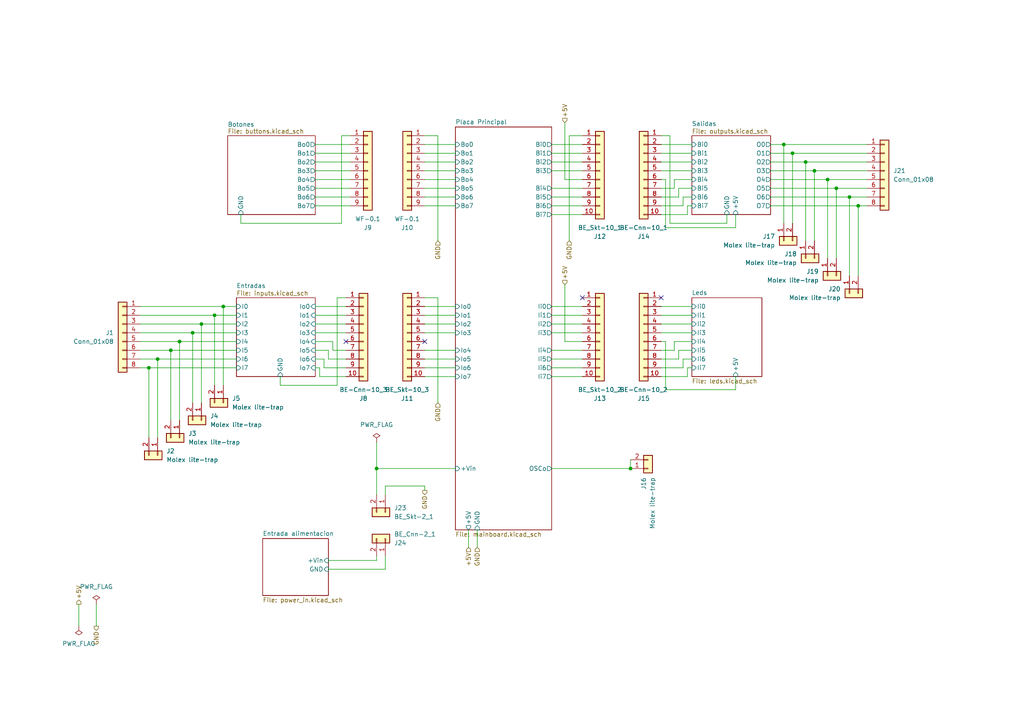
<source format=kicad_sch>
(kicad_sch (version 20250114) (generator "eeschema") (generator_version "9.0")
  (paper "A4")
  (title_block (date "2025-04-20") (rev "1.0") (company "UTN FRC") (comment 1 "Minilab") (comment 2 "Tecnicas Digitales 1") (comment 3 "Grasso y Palombo"))
  (lib_symbols
    (symbol "Connector_Generic:Conn_01x02" (pin_names (offset 1.016) (hide yes))
      (property "Reference" "J" (at 0 2.54 0))
      (property "Value" "Conn_01x02" (at 0 -5.08 0))
      (symbol "Conn_01x02_1_1"
        (rectangle (start -1.27 1.27) (end 1.27 -3.81) (stroke (width 0.254)) (fill (type background)))
        (rectangle (start -1.27 0.127) (end 0 -0.127) (stroke (width 0.1524)))
        (rectangle (start -1.27 -2.413) (end 0 -2.667) (stroke (width 0.1524)))
        (pin passive line (at -5.08 0 0) (length 3.81) (name "Pin_1") (number "1"))
        (pin passive line (at -5.08 -2.54 0) (length 3.81) (name "Pin_2") (number "2"))
      )
    )
    (symbol "Connector_Generic:Conn_01x08" (pin_names (offset 1.016) (hide yes))
      (property "Reference" "J" (at 0 10.16 0))
      (property "Value" "Conn_01x08" (at 0 -12.7 0))
      (symbol "Conn_01x08_1_1"
        (rectangle (start -1.27 8.89) (end 1.27 -11.43) (stroke (width 0.254)) (fill (type background)))
        (rectangle (start -1.27 7.747) (end 0 7.493) (stroke (width 0.1524)))
        (rectangle (start -1.27 5.207) (end 0 4.953) (stroke (width 0.1524)))
        (rectangle (start -1.27 2.667) (end 0 2.413) (stroke (width 0.1524)))
        (rectangle (start -1.27 0.127) (end 0 -0.127) (stroke (width 0.1524)))
        (rectangle (start -1.27 -2.413) (end 0 -2.667) (stroke (width 0.1524)))
        (rectangle (start -1.27 -4.953) (end 0 -5.207) (stroke (width 0.1524)))
        (rectangle (start -1.27 -7.493) (end 0 -7.747) (stroke (width 0.1524)))
        (rectangle (start -1.27 -10.033) (end 0 -10.287) (stroke (width 0.1524)))
        (pin passive line (at -5.08 7.62 0) (length 3.81) (name "Pin_1") (number "1"))
        (pin passive line (at -5.08 5.08 0) (length 3.81) (name "Pin_2") (number "2"))
        (pin passive line (at -5.08 2.54 0) (length 3.81) (name "Pin_3") (number "3"))
        (pin passive line (at -5.08 0 0) (length 3.81) (name "Pin_4") (number "4"))
        (pin passive line (at -5.08 -2.54 0) (length 3.81) (name "Pin_5") (number "5"))
        (pin passive line (at -5.08 -5.08 0) (length 3.81) (name "Pin_6") (number "6"))
        (pin passive line (at -5.08 -7.62 0) (length 3.81) (name "Pin_7") (number "7"))
        (pin passive line (at -5.08 -10.16 0) (length 3.81) (name "Pin_8") (number "8"))
      )
    )
    (symbol "Connector_Generic:Conn_01x09" (pin_names (offset 1.016) (hide yes))
      (property "Reference" "J" (at 0 12.7 0))
      (property "Value" "Conn_01x09" (at 0 -12.7 0))
      (symbol "Conn_01x09_1_1"
        (rectangle (start -1.27 11.43) (end 1.27 -11.43) (stroke (width 0.254)) (fill (type background)))
        (rectangle (start -1.27 10.287) (end 0 10.033) (stroke (width 0.1524)))
        (rectangle (start -1.27 7.747) (end 0 7.493) (stroke (width 0.1524)))
        (rectangle (start -1.27 5.207) (end 0 4.953) (stroke (width 0.1524)))
        (rectangle (start -1.27 2.667) (end 0 2.413) (stroke (width 0.1524)))
        (rectangle (start -1.27 0.127) (end 0 -0.127) (stroke (width 0.1524)))
        (rectangle (start -1.27 -2.413) (end 0 -2.667) (stroke (width 0.1524)))
        (rectangle (start -1.27 -4.953) (end 0 -5.207) (stroke (width 0.1524)))
        (rectangle (start -1.27 -7.493) (end 0 -7.747) (stroke (width 0.1524)))
        (rectangle (start -1.27 -10.033) (end 0 -10.287) (stroke (width 0.1524)))
        (pin passive line (at -5.08 10.16 0) (length 3.81) (name "Pin_1") (number "1"))
        (pin passive line (at -5.08 7.62 0) (length 3.81) (name "Pin_2") (number "2"))
        (pin passive line (at -5.08 5.08 0) (length 3.81) (name "Pin_3") (number "3"))
        (pin passive line (at -5.08 2.54 0) (length 3.81) (name "Pin_4") (number "4"))
        (pin passive line (at -5.08 0 0) (length 3.81) (name "Pin_5") (number "5"))
        (pin passive line (at -5.08 -2.54 0) (length 3.81) (name "Pin_6") (number "6"))
        (pin passive line (at -5.08 -5.08 0) (length 3.81) (name "Pin_7") (number "7"))
        (pin passive line (at -5.08 -7.62 0) (length 3.81) (name "Pin_8") (number "8"))
        (pin passive line (at -5.08 -10.16 0) (length 3.81) (name "Pin_9") (number "9"))
      )
    )
    (symbol "Connector_Generic:Conn_01x10" (pin_names (offset 1.016) (hide yes))
      (property "Reference" "J" (at 0 12.7 0))
      (property "Value" "Conn_01x10" (at 0 -15.24 0))
      (symbol "Conn_01x10_1_1"
        (rectangle (start -1.27 11.43) (end 1.27 -13.97) (stroke (width 0.254)) (fill (type background)))
        (rectangle (start -1.27 10.287) (end 0 10.033) (stroke (width 0.1524)))
        (rectangle (start -1.27 7.747) (end 0 7.493) (stroke (width 0.1524)))
        (rectangle (start -1.27 5.207) (end 0 4.953) (stroke (width 0.1524)))
        (rectangle (start -1.27 2.667) (end 0 2.413) (stroke (width 0.1524)))
        (rectangle (start -1.27 0.127) (end 0 -0.127) (stroke (width 0.1524)))
        (rectangle (start -1.27 -2.413) (end 0 -2.667) (stroke (width 0.1524)))
        (rectangle (start -1.27 -4.953) (end 0 -5.207) (stroke (width 0.1524)))
        (rectangle (start -1.27 -7.493) (end 0 -7.747) (stroke (width 0.1524)))
        (rectangle (start -1.27 -10.033) (end 0 -10.287) (stroke (width 0.1524)))
        (rectangle (start -1.27 -12.573) (end 0 -12.827) (stroke (width 0.1524)))
        (pin passive line (at -5.08 10.16 0) (length 3.81) (name "Pin_1") (number "1"))
        (pin passive line (at -5.08 7.62 0) (length 3.81) (name "Pin_2") (number "2"))
        (pin passive line (at -5.08 5.08 0) (length 3.81) (name "Pin_3") (number "3"))
        (pin passive line (at -5.08 2.54 0) (length 3.81) (name "Pin_4") (number "4"))
        (pin passive line (at -5.08 0 0) (length 3.81) (name "Pin_5") (number "5"))
        (pin passive line (at -5.08 -2.54 0) (length 3.81) (name "Pin_6") (number "6"))
        (pin passive line (at -5.08 -5.08 0) (length 3.81) (name "Pin_7") (number "7"))
        (pin passive line (at -5.08 -7.62 0) (length 3.81) (name "Pin_8") (number "8"))
        (pin passive line (at -5.08 -10.16 0) (length 3.81) (name "Pin_9") (number "9"))
        (pin passive line (at -5.08 -12.7 0) (length 3.81) (name "Pin_10") (number "10"))
      )
    )
    (symbol "power:PWR_FLAG" (power) (pin_numbers (hide yes)) (pin_names (offset 0) (hide yes))
      (property "Value" "PWR_FLAG" (at 0 3.81 0))
      (symbol "PWR_FLAG_0_0"
        (pin power_out line (at 0 0 90) (length 0) (name "~") (number "1"))
      )
      (symbol "PWR_FLAG_0_1"
        (polyline (pts (xy 0 0) (xy 0 1.27) (xy -1.016 1.905) (xy 0 2.54) (xy 1.016 1.905) (xy 0 1.27)))
      )
    )
  )
  (junction (at 236.22 49.53))
  (junction (at 109.22 135.89))
  (junction (at 248.92 59.69))
  (junction (at 52.07 99.06))
  (junction (at 240.03 52.07))
  (junction (at 45.72 104.14))
  (junction (at 229.87 44.45))
  (junction (at 62.23 91.44))
  (junction (at 233.68 46.99))
  (junction (at 58.42 93.98))
  (junction (at 227.33 41.91))
  (junction (at 246.38 57.15))
  (junction (at 55.88 96.52))
  (junction (at 242.57 54.61))
  (junction (at 182.88 135.89))
  (junction (at 64.77 88.9))
  (junction (at 43.18 106.68))
  (junction (at 49.53 101.6))
  (no_connect (at 191.77 86.36))
  (no_connect (at 100.33 99.06))
  (no_connect (at 123.19 99.06))
  (no_connect (at 168.91 86.36))
  (wire (pts (xy 193.04 99.06) (xy 191.77 99.06)))
  (wire (pts (xy 242.57 54.61) (xy 242.57 74.93)))
  (wire (pts (xy 213.36 109.22) (xy 213.36 113.03)))
  (wire (pts (xy 200.66 52.07) (xy 195.58 52.07)))
  (wire (pts (xy 196.85 101.6) (xy 196.85 104.14)))
  (wire (pts (xy 165.1 39.37) (xy 168.91 39.37)))
  (wire (pts (xy 160.02 104.14) (xy 168.91 104.14)))
  (wire (pts (xy 160.02 106.68) (xy 168.91 106.68)))
  (wire (pts (xy 223.52 41.91) (xy 227.33 41.91)))
  (wire (pts (xy 109.22 161.29) (xy 109.22 162.56)))
  (wire (pts (xy 100.33 88.9) (xy 91.44 88.9)))
  (wire (pts (xy 160.02 44.45) (xy 168.91 44.45)))
  (wire (pts (xy 132.08 106.68) (xy 123.19 106.68)))
  (wire (pts (xy 127 39.37) (xy 123.19 39.37)))
  (wire (pts (xy 191.77 104.14) (xy 196.85 104.14)))
  (wire (pts (xy 91.44 52.07) (xy 101.6 52.07)))
  (wire (pts (xy 199.39 106.68) (xy 199.39 109.22)))
  (wire (pts (xy 213.36 62.23) (xy 213.36 66.04)))
  (wire (pts (xy 111.76 165.1) (xy 111.76 161.29)))
  (wire (pts (xy 191.77 88.9) (xy 200.66 88.9)))
  (wire (pts (xy 132.08 96.52) (xy 123.19 96.52)))
  (wire (pts (xy 182.88 133.35) (xy 182.88 135.89)))
  (wire (pts (xy 191.77 91.44) (xy 200.66 91.44)))
  (wire (pts (xy 91.44 106.68) (xy 92.71 106.68)))
  (wire (pts (xy 132.08 59.69) (xy 123.19 59.69)))
  (wire (pts (xy 223.52 44.45) (xy 229.87 44.45)))
  (wire (pts (xy 160.02 88.9) (xy 168.91 88.9)))
  (wire (pts (xy 64.77 88.9) (xy 64.77 111.76)))
  (wire (pts (xy 160.02 91.44) (xy 168.91 91.44)))
  (wire (pts (xy 95.25 101.6) (xy 95.25 104.14)))
  (wire (pts (xy 62.23 91.44) (xy 62.23 111.76)))
  (wire (pts (xy 163.83 99.06) (xy 168.91 99.06)))
  (wire (pts (xy 199.39 59.69) (xy 199.39 62.23)))
  (wire (pts (xy 198.12 104.14) (xy 198.12 106.68)))
  (wire (pts (xy 210.82 62.23) (xy 210.82 64.77)))
  (wire (pts (xy 91.44 41.91) (xy 101.6 41.91)))
  (wire (pts (xy 163.83 52.07) (xy 168.91 52.07)))
  (wire (pts (xy 52.07 99.06) (xy 40.64 99.06)))
  (wire (pts (xy 62.23 91.44) (xy 40.64 91.44)))
  (wire (pts (xy 132.08 54.61) (xy 123.19 54.61)))
  (wire (pts (xy 160.02 135.89) (xy 182.88 135.89)))
  (wire (pts (xy 138.43 153.67) (xy 138.43 158.75)))
  (wire (pts (xy 93.98 104.14) (xy 93.98 106.68)))
  (wire (pts (xy 92.71 106.68) (xy 92.71 109.22)))
  (wire (pts (xy 132.08 93.98) (xy 123.19 93.98)))
  (wire (pts (xy 111.76 143.51) (xy 111.76 140.97)))
  (wire (pts (xy 223.52 59.69) (xy 248.92 59.69)))
  (wire (pts (xy 81.28 111.76) (xy 97.79 111.76)))
  (wire (pts (xy 191.77 101.6) (xy 195.58 101.6)))
  (wire (pts (xy 22.86 175.26) (xy 22.86 181.61)))
  (wire (pts (xy 100.33 101.6) (xy 96.52 101.6)))
  (wire (pts (xy 246.38 57.15) (xy 246.38 80.01)))
  (wire (pts (xy 223.52 52.07) (xy 240.03 52.07)))
  (wire (pts (xy 58.42 93.98) (xy 40.64 93.98)))
  (wire (pts (xy 55.88 96.52) (xy 55.88 116.84)))
  (wire (pts (xy 132.08 88.9) (xy 123.19 88.9)))
  (wire (pts (xy 99.06 39.37) (xy 99.06 64.77)))
  (wire (pts (xy 191.77 54.61) (xy 195.58 54.61)))
  (wire (pts (xy 240.03 52.07) (xy 240.03 74.93)))
  (wire (pts (xy 132.08 109.22) (xy 123.19 109.22)))
  (wire (pts (xy 223.52 54.61) (xy 242.57 54.61)))
  (wire (pts (xy 55.88 96.52) (xy 40.64 96.52)))
  (wire (pts (xy 100.33 96.52) (xy 91.44 96.52)))
  (wire (pts (xy 45.72 104.14) (xy 40.64 104.14)))
  (wire (pts (xy 91.44 46.99) (xy 101.6 46.99)))
  (wire (pts (xy 100.33 104.14) (xy 95.25 104.14)))
  (wire (pts (xy 132.08 57.15) (xy 123.19 57.15)))
  (wire (pts (xy 240.03 52.07) (xy 251.46 52.07)))
  (wire (pts (xy 100.33 109.22) (xy 92.71 109.22)))
  (wire (pts (xy 194.31 64.77) (xy 194.31 39.37)))
  (wire (pts (xy 91.44 57.15) (xy 101.6 57.15)))
  (wire (pts (xy 101.6 39.37) (xy 99.06 39.37)))
  (wire (pts (xy 91.44 49.53) (xy 101.6 49.53)))
  (wire (pts (xy 49.53 101.6) (xy 49.53 121.92)))
  (wire (pts (xy 43.18 106.68) (xy 40.64 106.68)))
  (wire (pts (xy 68.58 99.06) (xy 52.07 99.06)))
  (wire (pts (xy 160.02 109.22) (xy 168.91 109.22)))
  (wire (pts (xy 64.77 88.9) (xy 40.64 88.9)))
  (wire (pts (xy 160.02 54.61) (xy 168.91 54.61)))
  (wire (pts (xy 43.18 106.68) (xy 43.18 127)))
  (wire (pts (xy 132.08 52.07) (xy 123.19 52.07)))
  (wire (pts (xy 68.58 101.6) (xy 49.53 101.6)))
  (wire (pts (xy 223.52 46.99) (xy 233.68 46.99)))
  (wire (pts (xy 160.02 57.15) (xy 168.91 57.15)))
  (wire (pts (xy 227.33 41.91) (xy 251.46 41.91)))
  (wire (pts (xy 163.83 82.55) (xy 163.83 99.06)))
  (wire (pts (xy 97.79 111.76) (xy 97.79 86.36)))
  (wire (pts (xy 213.36 66.04) (xy 193.04 66.04)))
  (wire (pts (xy 191.77 106.68) (xy 198.12 106.68)))
  (wire (pts (xy 132.08 91.44) (xy 123.19 91.44)))
  (wire (pts (xy 193.04 113.03) (xy 193.04 99.06)))
  (wire (pts (xy 96.52 99.06) (xy 96.52 101.6)))
  (wire (pts (xy 196.85 54.61) (xy 196.85 57.15)))
  (wire (pts (xy 68.58 88.9) (xy 64.77 88.9)))
  (wire (pts (xy 200.66 106.68) (xy 199.39 106.68)))
  (wire (pts (xy 127 116.84) (xy 127 86.36)))
  (wire (pts (xy 160.02 101.6) (xy 168.91 101.6)))
  (wire (pts (xy 191.77 57.15) (xy 196.85 57.15)))
  (wire (pts (xy 127 86.36) (xy 123.19 86.36)))
  (wire (pts (xy 160.02 46.99) (xy 168.91 46.99)))
  (wire (pts (xy 95.25 165.1) (xy 111.76 165.1)))
  (wire (pts (xy 200.66 54.61) (xy 196.85 54.61)))
  (wire (pts (xy 210.82 64.77) (xy 194.31 64.77)))
  (wire (pts (xy 248.92 59.69) (xy 251.46 59.69)))
  (wire (pts (xy 191.77 46.99) (xy 200.66 46.99)))
  (wire (pts (xy 242.57 54.61) (xy 251.46 54.61)))
  (wire (pts (xy 132.08 104.14) (xy 123.19 104.14)))
  (wire (pts (xy 195.58 99.06) (xy 195.58 101.6)))
  (wire (pts (xy 213.36 113.03) (xy 193.04 113.03)))
  (wire (pts (xy 193.04 66.04) (xy 193.04 52.07)))
  (wire (pts (xy 160.02 59.69) (xy 168.91 59.69)))
  (wire (pts (xy 68.58 93.98) (xy 58.42 93.98)))
  (wire (pts (xy 191.77 41.91) (xy 200.66 41.91)))
  (wire (pts (xy 229.87 44.45) (xy 229.87 64.77)))
  (wire (pts (xy 248.92 59.69) (xy 248.92 80.01)))
  (wire (pts (xy 109.22 162.56) (xy 95.25 162.56)))
  (wire (pts (xy 45.72 104.14) (xy 45.72 127)))
  (wire (pts (xy 91.44 44.45) (xy 101.6 44.45)))
  (wire (pts (xy 109.22 135.89) (xy 109.22 143.51)))
  (wire (pts (xy 236.22 49.53) (xy 236.22 69.85)))
  (wire (pts (xy 191.77 93.98) (xy 200.66 93.98)))
  (wire (pts (xy 191.77 62.23) (xy 199.39 62.23)))
  (wire (pts (xy 58.42 93.98) (xy 58.42 116.84)))
  (wire (pts (xy 132.08 49.53) (xy 123.19 49.53)))
  (wire (pts (xy 100.33 106.68) (xy 93.98 106.68)))
  (wire (pts (xy 233.68 46.99) (xy 251.46 46.99)))
  (wire (pts (xy 160.02 62.23) (xy 168.91 62.23)))
  (wire (pts (xy 123.19 140.97) (xy 123.19 142.24)))
  (wire (pts (xy 229.87 44.45) (xy 251.46 44.45)))
  (wire (pts (xy 68.58 106.68) (xy 43.18 106.68)))
  (wire (pts (xy 163.83 35.56) (xy 163.83 52.07)))
  (wire (pts (xy 109.22 135.89) (xy 132.08 135.89)))
  (wire (pts (xy 132.08 41.91) (xy 123.19 41.91)))
  (wire (pts (xy 193.04 52.07) (xy 191.77 52.07)))
  (wire (pts (xy 91.44 104.14) (xy 93.98 104.14)))
  (wire (pts (xy 132.08 44.45) (xy 123.19 44.45)))
  (wire (pts (xy 100.33 91.44) (xy 91.44 91.44)))
  (wire (pts (xy 91.44 59.69) (xy 101.6 59.69)))
  (wire (pts (xy 160.02 96.52) (xy 168.91 96.52)))
  (wire (pts (xy 195.58 52.07) (xy 195.58 54.61)))
  (wire (pts (xy 109.22 135.89) (xy 109.22 128.27)))
  (wire (pts (xy 132.08 46.99) (xy 123.19 46.99)))
  (wire (pts (xy 132.08 101.6) (xy 123.19 101.6)))
  (wire (pts (xy 223.52 57.15) (xy 246.38 57.15)))
  (wire (pts (xy 227.33 41.91) (xy 227.33 64.77)))
  (wire (pts (xy 69.85 64.77) (xy 99.06 64.77)))
  (wire (pts (xy 233.68 46.99) (xy 233.68 69.85)))
  (wire (pts (xy 69.85 64.77) (xy 69.85 62.23)))
  (wire (pts (xy 91.44 101.6) (xy 95.25 101.6)))
  (wire (pts (xy 200.66 104.14) (xy 198.12 104.14)))
  (wire (pts (xy 49.53 101.6) (xy 40.64 101.6)))
  (wire (pts (xy 194.31 39.37) (xy 191.77 39.37)))
  (wire (pts (xy 236.22 49.53) (xy 251.46 49.53)))
  (wire (pts (xy 68.58 91.44) (xy 62.23 91.44)))
  (wire (pts (xy 97.79 86.36) (xy 100.33 86.36)))
  (wire (pts (xy 52.07 99.06) (xy 52.07 121.92)))
  (wire (pts (xy 200.66 57.15) (xy 198.12 57.15)))
  (wire (pts (xy 81.28 109.22) (xy 81.28 111.76)))
  (wire (pts (xy 68.58 104.14) (xy 45.72 104.14)))
  (wire (pts (xy 27.94 175.26) (xy 27.94 181.61)))
  (wire (pts (xy 160.02 93.98) (xy 168.91 93.98)))
  (wire (pts (xy 91.44 54.61) (xy 101.6 54.61)))
  (wire (pts (xy 191.77 96.52) (xy 200.66 96.52)))
  (wire (pts (xy 191.77 49.53) (xy 200.66 49.53)))
  (wire (pts (xy 127 69.85) (xy 127 39.37)))
  (wire (pts (xy 160.02 49.53) (xy 168.91 49.53)))
  (wire (pts (xy 246.38 57.15) (xy 251.46 57.15)))
  (wire (pts (xy 165.1 69.85) (xy 165.1 39.37)))
  (wire (pts (xy 191.77 44.45) (xy 200.66 44.45)))
  (wire (pts (xy 200.66 99.06) (xy 195.58 99.06)))
  (wire (pts (xy 160.02 41.91) (xy 168.91 41.91)))
  (wire (pts (xy 100.33 93.98) (xy 91.44 93.98)))
  (wire (pts (xy 223.52 49.53) (xy 236.22 49.53)))
  (wire (pts (xy 200.66 59.69) (xy 199.39 59.69)))
  (wire (pts (xy 191.77 109.22) (xy 199.39 109.22)))
  (wire (pts (xy 135.89 153.67) (xy 135.89 158.75)))
  (wire (pts (xy 200.66 101.6) (xy 196.85 101.6)))
  (wire (pts (xy 191.77 59.69) (xy 198.12 59.69)))
  (wire (pts (xy 111.76 140.97) (xy 123.19 140.97)))
  (wire (pts (xy 198.12 57.15) (xy 198.12 59.69)))
  (wire (pts (xy 68.58 96.52) (xy 55.88 96.52)))
  (wire (pts (xy 91.44 99.06) (xy 96.52 99.06)))
  (hierarchical_label "GND" (shape input) (at 127 116.84 270))
  (hierarchical_label "GND" (shape output) (at 123.19 142.24 270))
  (hierarchical_label "GND" (shape input) (at 127 69.85 270))
  (hierarchical_label "GND" (shape output) (at 27.94 181.61 270))
  (hierarchical_label "GND" (shape input) (at 165.1 69.85 270))
  (hierarchical_label "+5V" (shape input) (at 163.83 82.55 90))
  (hierarchical_label "+5V" (shape input) (at 135.89 158.75 270))
  (hierarchical_label "+5V" (shape input) (at 163.83 35.56 90))
  (hierarchical_label "+5V" (shape output) (at 22.86 175.26 90))
  (hierarchical_label "GND" (shape input) (at 138.43 158.75 270))
  (symbol (lib_id "Connector_Generic:Conn_01x02") (at 111.76 148.59 270) (unit 1)
    (property "Reference" "J23" (at 114.3 147.3199 90) (effects (justify left)))
    (property "Value" "BE_Skt-2_1" (at 114.3 149.8599 90) (effects (justify left)))
    (property "Footprint" "Extras:EdgeSocket-2" (effects (hide yes)))
    (property "Description" "Generic connector, single row, 01x02, script generated (kicad-library-utils/schlib/autogen/connector/)" (effects (hide yes)))
  )
  (symbol (lib_id "Connector_Generic:Conn_01x02") (at 246.38 85.09 90) (mirror x) (unit 1)
    (property "Reference" "J20" (at 243.84 83.8199 90) (effects (justify left)))
    (property "Value" "Molex lite-trap" (at 243.84 86.3599 90) (effects (justify left)))
    (property "Footprint" "Extras:104238-0210" (effects (hide yes)))
    (property "Description" "Generic connector, single row, 01x02, script generated (kicad-library-utils/schlib/autogen/connector/)" (effects (hide yes)))
  )
  (symbol (lib_id "power:PWR_FLAG") (at 27.94 175.26 0) (unit 1)
    (property "Reference" "#FLG02" (effects (hide yes)))
    (property "Value" "PWR_FLAG" (at 27.94 170.18 0))
    (property "Description" "Special symbol for telling ERC where power comes from" (effects (hide yes)))
  )
  (symbol (lib_id "Connector_Generic:Conn_01x10") (at 118.11 96.52 0) (mirror y) (unit 1)
    (property "Reference" "J11" (at 118.11 115.57 0))
    (property "Value" "BE_Skt-10_3" (at 118.11 113.03 0))
    (property "Footprint" "Extras:EdgeSocket-10" (effects (hide yes)))
    (property "Description" "Generic connector, single row, 01x10, script generated (kicad-library-utils/schlib/autogen/connector/)" (effects (hide yes)))
  )
  (symbol (lib_id "Connector_Generic:Conn_01x02") (at 187.96 135.89 0) (mirror x) (unit 1)
    (property "Reference" "J16" (at 186.6899 138.43 90) (effects (justify left)))
    (property "Value" "Molex lite-trap" (at 189.2299 138.43 90) (effects (justify left)))
    (property "Footprint" "Extras:104238-0210" (effects (hide yes)))
    (property "Description" "Generic connector, single row, 01x02, script generated (kicad-library-utils/schlib/autogen/connector/)" (effects (hide yes)))
  )
  (symbol (lib_id "Connector_Generic:Conn_01x02") (at 58.42 121.92 270) (unit 1)
    (property "Reference" "J4" (at 60.96 120.6499 90) (effects (justify left)))
    (property "Value" "Molex lite-trap" (at 60.96 123.1899 90) (effects (justify left)))
    (property "Footprint" "Extras:104238-0210" (effects (hide yes)))
    (property "Description" "Generic connector, single row, 01x02, script generated (kicad-library-utils/schlib/autogen/connector/)" (effects (hide yes)))
  )
  (symbol (lib_id "power:PWR_FLAG") (at 109.22 128.27 0) (unit 1)
    (property "Reference" "#FLG03" (effects (hide yes)))
    (property "Value" "PWR_FLAG" (at 109.22 123.19 0))
    (property "Description" "Special symbol for telling ERC where power comes from" (effects (hide yes)))
  )
  (symbol (lib_id "Connector_Generic:Conn_01x09") (at 118.11 49.53 0) (mirror y) (unit 1)
    (property "Reference" "J10" (at 118.11 66.04 0))
    (property "Value" "WF-0.1" (at 118.11 63.5 0))
    (property "Footprint" "Connector_Molex:Molex_KK-254_AE-6410-09A_1x09_P2.54mm_Vertical" (effects (hide yes)))
    (property "Description" "Generic connector, single row, 01x09, script generated (kicad-library-utils/schlib/autogen/connector/)" (effects (hide yes)))
  )
  (symbol (lib_id "Connector_Generic:Conn_01x10") (at 173.99 96.52 0) (unit 1)
    (property "Reference" "J13" (at 173.99 115.57 0))
    (property "Value" "BE_Skt-10_2" (at 173.99 113.03 0))
    (property "Footprint" "Extras:EdgeSocket-10" (effects (hide yes)))
    (property "Description" "Generic connector, single row, 01x10, script generated (kicad-library-utils/schlib/autogen/connector/)" (effects (hide yes)))
  )
  (symbol (lib_id "Connector_Generic:Conn_01x09") (at 106.68 49.53 0) (unit 1)
    (property "Reference" "J9" (at 106.68 66.04 0))
    (property "Value" "WF-0.1" (at 106.68 63.5 0))
    (property "Footprint" "Connector_Molex:Molex_KK-254_AE-6410-09A_1x09_P2.54mm_Vertical" (effects (hide yes)))
    (property "Description" "Generic connector, single row, 01x09, script generated (kicad-library-utils/schlib/autogen/connector/)" (effects (hide yes)))
  )
  (symbol (lib_id "Connector_Generic:Conn_01x02") (at 52.07 127 270) (unit 1)
    (property "Reference" "J3" (at 54.61 125.7299 90) (effects (justify left)))
    (property "Value" "Molex lite-trap" (at 54.61 128.2699 90) (effects (justify left)))
    (property "Footprint" "Extras:104238-0210" (effects (hide yes)))
    (property "Description" "Generic connector, single row, 01x02, script generated (kicad-library-utils/schlib/autogen/connector/)" (effects (hide yes)))
  )
  (symbol (lib_id "Connector_Generic:Conn_01x10") (at 186.69 49.53 0) (mirror y) (unit 1)
    (property "Reference" "J14" (at 186.69 68.58 0))
    (property "Value" "BE-Cnn-10_1" (at 186.69 66.04 0))
    (property "Footprint" "Extras:EdgeConn-10" (effects (hide yes)))
    (property "Description" "Generic connector, single row, 01x10, script generated (kicad-library-utils/schlib/autogen/connector/)" (effects (hide yes)))
  )
  (symbol (lib_id "Connector_Generic:Conn_01x10") (at 173.99 49.53 0) (unit 1)
    (property "Reference" "J12" (at 173.99 68.58 0))
    (property "Value" "BE_Skt-10_1" (at 173.99 66.04 0))
    (property "Footprint" "Extras:EdgeSocket-10" (effects (hide yes)))
    (property "Description" "Generic connector, single row, 01x10, script generated (kicad-library-utils/schlib/autogen/connector/)" (effects (hide yes)))
  )
  (symbol (lib_id "Connector_Generic:Conn_01x10") (at 186.69 96.52 0) (mirror y) (unit 1)
    (property "Reference" "J15" (at 186.69 115.57 0))
    (property "Value" "BE-Cnn-10_2" (at 186.69 113.03 0))
    (property "Footprint" "Extras:EdgeConn-10" (effects (hide yes)))
    (property "Description" "Generic connector, single row, 01x10, script generated (kicad-library-utils/schlib/autogen/connector/)" (effects (hide yes)))
  )
  (symbol (lib_id "Connector_Generic:Conn_01x08") (at 35.56 96.52 0) (mirror y) (unit 1)
    (property "Reference" "J1" (at 33.02 96.5199 0) (effects (justify left)))
    (property "Value" "Conn_01x08" (at 33.02 99.0599 0) (effects (justify left)))
    (property "Footprint" "Connector_PinSocket_2.54mm:PinSocket_1x08_P2.54mm_Horizontal" (effects (hide yes)))
    (property "Description" "Generic connector, single row, 01x08, script generated (kicad-library-utils/schlib/autogen/connector/)" (effects (hide yes)))
  )
  (symbol (lib_id "Connector_Generic:Conn_01x10") (at 105.41 96.52 0) (unit 1)
    (property "Reference" "J8" (at 105.41 115.57 0))
    (property "Value" "BE-Cnn-10_3" (at 105.41 113.03 0))
    (property "Footprint" "Extras:EdgeConn-10" (effects (hide yes)))
    (property "Description" "Generic connector, single row, 01x10, script generated (kicad-library-utils/schlib/autogen/connector/)" (effects (hide yes)))
  )
  (symbol (lib_id "power:PWR_FLAG") (at 22.86 181.61 180) (unit 1)
    (property "Reference" "#FLG01" (effects (hide yes)))
    (property "Value" "PWR_FLAG" (at 22.86 186.69 0))
    (property "Description" "Special symbol for telling ERC where power comes from" (effects (hide yes)))
  )
  (symbol (lib_id "Connector_Generic:Conn_01x02") (at 111.76 156.21 270) (mirror x) (unit 1)
    (property "Reference" "J24" (at 114.3 157.4801 90) (effects (justify left)))
    (property "Value" "BE_Cnn-2_1" (at 114.3 154.9401 90) (effects (justify left)))
    (property "Footprint" "Extras:EdgeConn-2" (effects (hide yes)))
    (property "Description" "Generic connector, single row, 01x02, script generated (kicad-library-utils/schlib/autogen/connector/)" (effects (hide yes)))
  )
  (symbol (lib_id "Connector_Generic:Conn_01x02") (at 233.68 74.93 90) (mirror x) (unit 1)
    (property "Reference" "J18" (at 231.14 73.6599 90) (effects (justify left)))
    (property "Value" "Molex lite-trap" (at 231.14 76.1999 90) (effects (justify left)))
    (property "Footprint" "Extras:104238-0210" (effects (hide yes)))
    (property "Description" "Generic connector, single row, 01x02, script generated (kicad-library-utils/schlib/autogen/connector/)" (effects (hide yes)))
  )
  (symbol (lib_id "Connector_Generic:Conn_01x08") (at 256.54 49.53 0) (unit 1)
    (property "Reference" "J21" (at 259.08 49.5299 0) (effects (justify left)))
    (property "Value" "Conn_01x08" (at 259.08 52.0699 0) (effects (justify left)))
    (property "Footprint" "Connector_PinSocket_2.54mm:PinSocket_1x08_P2.54mm_Horizontal" (effects (hide yes)))
    (property "Description" "Generic connector, single row, 01x08, script generated (kicad-library-utils/schlib/autogen/connector/)" (effects (hide yes)))
  )
  (symbol (lib_id "Connector_Generic:Conn_01x02") (at 227.33 69.85 90) (mirror x) (unit 1)
    (property "Reference" "J17" (at 224.79 68.5799 90) (effects (justify left)))
    (property "Value" "Molex lite-trap" (at 224.79 71.1199 90) (effects (justify left)))
    (property "Footprint" "Extras:104238-0210" (effects (hide yes)))
    (property "Description" "Generic connector, single row, 01x02, script generated (kicad-library-utils/schlib/autogen/connector/)" (effects (hide yes)))
  )
  (symbol (lib_id "Connector_Generic:Conn_01x02") (at 64.77 116.84 270) (unit 1)
    (property "Reference" "J5" (at 67.31 115.5699 90) (effects (justify left)))
    (property "Value" "Molex lite-trap" (at 67.31 118.1099 90) (effects (justify left)))
    (property "Footprint" "Extras:104238-0210" (effects (hide yes)))
    (property "Description" "Generic connector, single row, 01x02, script generated (kicad-library-utils/schlib/autogen/connector/)" (effects (hide yes)))
  )
  (symbol (lib_id "Connector_Generic:Conn_01x02") (at 45.72 132.08 270) (unit 1)
    (property "Reference" "J2" (at 48.26 130.8099 90) (effects (justify left)))
    (property "Value" "Molex lite-trap" (at 48.26 133.3499 90) (effects (justify left)))
    (property "Footprint" "Extras:104238-0210" (effects (hide yes)))
    (property "Description" "Generic connector, single row, 01x02, script generated (kicad-library-utils/schlib/autogen/connector/)" (effects (hide yes)))
  )
  (symbol (lib_id "Connector_Generic:Conn_01x02") (at 240.03 80.01 90) (mirror x) (unit 1)
    (property "Reference" "J19" (at 237.49 78.7399 90) (effects (justify left)))
    (property "Value" "Molex lite-trap" (at 237.49 81.2799 90) (effects (justify left)))
    (property "Footprint" "Extras:104238-0210" (effects (hide yes)))
    (property "Description" "Generic connector, single row, 01x02, script generated (kicad-library-utils/schlib/autogen/connector/)" (effects (hide yes)))
  )
  (sheet (at 76.2 156.21) (size 19.05 16.51) (stroke (width 0.1524))
    (property "Sheetname" "Entrada alimentacion" (at 76.2 155.4984 0) (effects (justify left bottom)))
    (property "Sheetfile" "power_in.kicad_sch" (at 76.2 173.3046 0) (effects (justify left top)))
    (pin "GND" input (at 95.25 165.1 0))
    (pin "+Vin" input (at 95.25 162.56 0))
  )
  (sheet (at 200.66 39.37) (size 22.86 22.86) (stroke (width 0.1524))
    (property "Sheetname" "Salidas" (at 200.66 36.6264 0) (effects (justify left bottom)))
    (property "Sheetfile" "outputs.kicad_sch" (at 200.66 37.338 0) (effects (justify left top)))
    (pin "GND" input (at 210.82 62.23 270))
    (pin "+5V" input (at 213.36 62.23 270))
    (pin "O5" output (at 223.52 54.61 0))
    (pin "O4" output (at 223.52 52.07 0))
    (pin "O7" output (at 223.52 59.69 0))
    (pin "O6" output (at 223.52 57.15 0))
    (pin "O2" output (at 223.52 46.99 0))
    (pin "O3" output (at 223.52 49.53 0))
    (pin "O0" output (at 223.52 41.91 0))
    (pin "O1" output (at 223.52 44.45 0))
    (pin "Bi6" input (at 200.66 57.15 180))
    (pin "Bi4" input (at 200.66 52.07 180))
    (pin "Bi2" input (at 200.66 46.99 180))
    (pin "Bi3" input (at 200.66 49.53 180))
    (pin "Bi0" input (at 200.66 41.91 180))
    (pin "Bi1" input (at 200.66 44.45 180))
    (pin "Bi7" input (at 200.66 59.69 180))
    (pin "Bi5" input (at 200.66 54.61 180))
  )
  (sheet (at 66.04 39.37) (size 25.4 22.86) (stroke (width 0.1524))
    (property "Sheetname" "Botones" (at 66.04 36.83 0) (effects (justify left bottom)))
    (property "Sheetfile" "buttons.kicad_sch" (at 66.04 37.338 0) (effects (justify left top)))
    (pin "GND" input (at 69.85 62.23 270))
    (pin "Bo0" output (at 91.44 41.91 0))
    (pin "Bo2" output (at 91.44 46.99 0))
    (pin "Bo3" output (at 91.44 49.53 0))
    (pin "Bo1" output (at 91.44 44.45 0))
    (pin "Bo4" output (at 91.44 52.07 0))
    (pin "Bo7" output (at 91.44 59.69 0))
    (pin "Bo5" output (at 91.44 54.61 0))
    (pin "Bo6" output (at 91.44 57.15 0))
  )
  (sheet (at 68.58 86.36) (size 22.86 22.86) (stroke (width 0.1524))
    (property "Sheetname" "Entradas" (at 68.58 83.6164 0) (effects (justify left bottom)))
    (property "Sheetfile" "inputs.kicad_sch" (at 68.58 84.328 0) (effects (justify left top)))
    (pin "I5" input (at 68.58 101.6 180))
    (pin "I0" input (at 68.58 88.9 180))
    (pin "I2" input (at 68.58 93.98 180))
    (pin "I4" input (at 68.58 99.06 180))
    (pin "GND" input (at 81.28 109.22 270))
    (pin "I3" input (at 68.58 96.52 180))
    (pin "I1" input (at 68.58 91.44 180))
    (pin "I6" input (at 68.58 104.14 180))
    (pin "I7" input (at 68.58 106.68 180))
    (pin "Io2" input (at 91.44 93.98 0))
    (pin "Io5" input (at 91.44 101.6 0))
    (pin "Io6" input (at 91.44 104.14 0))
    (pin "Io3" input (at 91.44 96.52 0))
    (pin "Io0" input (at 91.44 88.9 0))
    (pin "Io7" input (at 91.44 106.68 0))
    (pin "Io1" input (at 91.44 91.44 0))
    (pin "Io4" input (at 91.44 99.06 0))
  )
  (sheet (at 200.66 86.36) (size 20.32 22.86) (stroke (width 0.1524))
    (property "Sheetname" "Leds" (at 200.66 85.6484 0) (effects (justify left bottom)))
    (property "Sheetfile" "leds.kicad_sch" (at 200.66 109.8046 0) (effects (justify left top)))
    (pin "Ii0" input (at 200.66 88.9 180))
    (pin "+5V" input (at 213.36 109.22 270))
    (pin "Ii4" input (at 200.66 99.06 180))
    (pin "Ii1" input (at 200.66 91.44 180))
    (pin "Ii7" input (at 200.66 106.68 180))
    (pin "Ii2" input (at 200.66 93.98 180))
    (pin "Ii5" input (at 200.66 101.6 180))
    (pin "Ii3" input (at 200.66 96.52 180))
    (pin "Ii6" input (at 200.66 104.14 180))
  )
  (sheet (at 132.08 36.83) (size 27.94 116.84) (stroke (width 0.1524))
    (property "Sheetname" "Placa Principal" (at 132.08 36.1184 0) (effects (justify left bottom)))
    (property "Sheetfile" "mainboard.kicad_sch" (at 132.08 154.2546 0) (effects (justify left top)))
    (pin "GND" input (at 138.43 153.67 270))
    (pin "Bi7" output (at 160.02 62.23 0))
    (pin "Bi5" output (at 160.02 57.15 0))
    (pin "Bo3" input (at 132.08 49.53 180))
    (pin "Bi1" output (at 160.02 44.45 0))
    (pin "Bi0" output (at 160.02 41.91 0))
    (pin "Bi2" output (at 160.02 46.99 0))
    (pin "Bi4" output (at 160.02 54.61 0))
    (pin "Bo4" input (at 132.08 52.07 180))
    (pin "Bi3" output (at 160.02 49.53 0))
    (pin "Bi6" output (at 160.02 59.69 0))
    (pin "Bo7" input (at 132.08 59.69 180))
    (pin "Bo1" input (at 132.08 44.45 180))
    (pin "Bo2" input (at 132.08 46.99 180))
    (pin "Bo0" input (at 132.08 41.91 180))
    (pin "Bo5" input (at 132.08 54.61 180))
    (pin "Bo6" input (at 132.08 57.15 180))
    (pin "Io1" input (at 132.08 91.44 180))
    (pin "Io4" input (at 132.08 101.6 180))
    (pin "Io5" input (at 132.08 104.14 180))
    (pin "Io3" input (at 132.08 96.52 180))
    (pin "Ii6" output (at 160.02 106.68 0))
    (pin "Io6" input (at 132.08 106.68 180))
    (pin "Io0" input (at 132.08 88.9 180))
    (pin "Ii4" output (at 160.02 101.6 0))
    (pin "Io7" input (at 132.08 109.22 180))
    (pin "Io2" input (at 132.08 93.98 180))
    (pin "Ii0" output (at 160.02 88.9 0))
    (pin "Ii5" output (at 160.02 104.14 0))
    (pin "Ii3" output (at 160.02 96.52 0))
    (pin "Ii7" output (at 160.02 109.22 0))
    (pin "Ii1" output (at 160.02 91.44 0))
    (pin "Ii2" output (at 160.02 93.98 0))
    (pin "OSCo" output (at 160.02 135.89 0))
    (pin "+5V" output (at 135.89 153.67 270))
    (pin "+Vin" input (at 132.08 135.89 180))
  )
)
</source>
